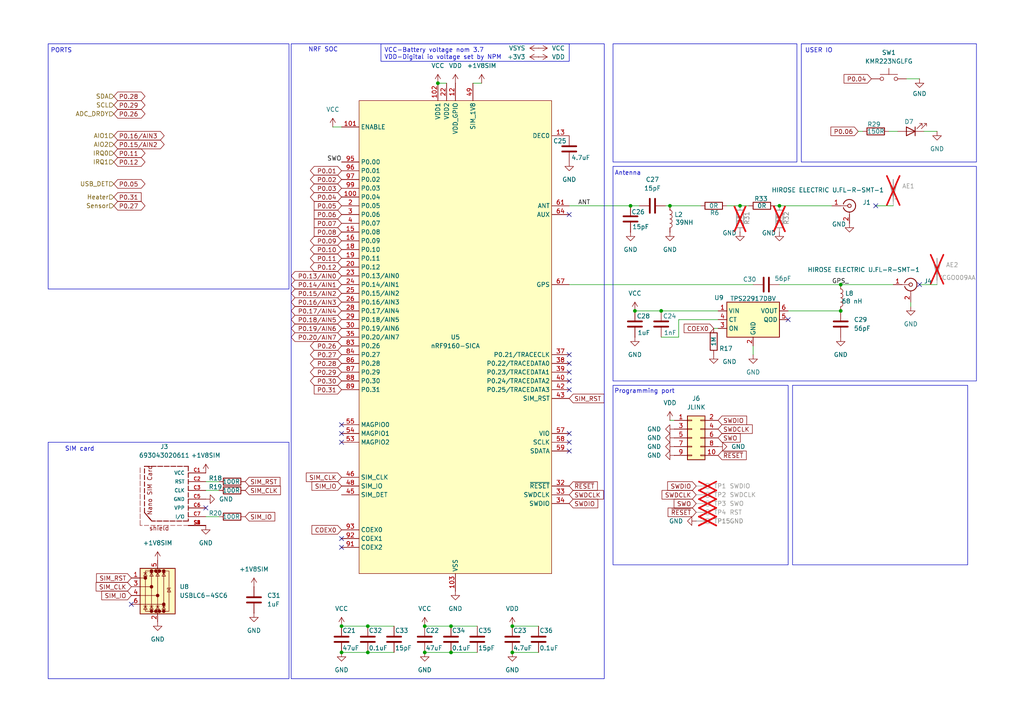
<source format=kicad_sch>
(kicad_sch (version 20250114) (generator "eeschema") (generator_version "9.0")
  (paper "A4")
  (title_block (title "NRF9160") (date "2025-04-25") (rev "1.0.3"))
  (rectangle (start 13.97 128.27) (end 83.82 196.85))
  (rectangle (start 84.455 12.7) (end 175.26 196.85))
  (rectangle (start 177.8 111.76) (end 228.6 163.83))
  (rectangle (start 229.87 111.76) (end 280.67 163.83))
  (rectangle (start 232.41 12.7) (end 283.21 46.99))
  (rectangle (start 177.8 48.26) (end 283.21 110.49))
  (rectangle (start 13.97 12.7) (end 83.82 83.82))
  (rectangle (start 177.8 12.7) (end 231.14 46.99))
  (text "Programming port\n" (at 186.944 113.538 0) (effects (font (size 1.27 1.27))))
  (text "NRF SOC" (at 93.726 14.478 0) (effects (font (size 1.27 1.27))))
  (text "USER IO" (at 237.49 14.732 0) (effects (font (size 1.27 1.27))))
  (text "PORTS" (at 17.78 14.732 0) (effects (font (size 1.27 1.27))))
  (text "SIM card" (at 23.114 130.302 0) (effects (font (size 1.27 1.27))))
  (text "Antenna" (at 182.118 50.292 0) (effects (font (size 1.27 1.27))))
  (text_box "VCC-Battery voltage nom 3.7\nVDD-Digital io voltage set by NPM" (at 110.49 12.7 0) (size 54.61 5.08) (margins 0.9525 0.9525 0.9525 0.9525) (effects (font (size 1.27 1.27)) (justify left top)))
  (junction (at 123.19 189.23))
  (junction (at 99.06 181.61))
  (junction (at 99.06 189.23))
  (junction (at 194.31 59.69))
  (junction (at 243.84 82.55))
  (junction (at 130.81 189.23))
  (junction (at 226.06 59.69))
  (junction (at 106.68 189.23))
  (junction (at 184.15 90.17))
  (junction (at 123.19 181.61))
  (junction (at 148.59 189.23))
  (junction (at 127 24.13))
  (junction (at 214.63 59.69))
  (junction (at 243.84 90.17))
  (junction (at 130.81 181.61))
  (junction (at 106.68 181.61))
  (junction (at 182.88 59.69))
  (junction (at 191.77 90.17))
  (junction (at 148.59 181.61))
  (no_connect (at 165.1 125.73))
  (no_connect (at 99.06 158.75))
  (no_connect (at 165.1 102.87))
  (no_connect (at 99.06 125.73))
  (no_connect (at 165.1 128.27))
  (no_connect (at 165.1 110.49))
  (no_connect (at 254 59.69))
  (no_connect (at 99.06 123.19))
  (no_connect (at 38.1 175.26))
  (no_connect (at 228.6 92.71))
  (no_connect (at 99.06 156.21))
  (no_connect (at 99.06 128.27))
  (no_connect (at 165.1 62.23))
  (no_connect (at 59.69 147.32))
  (no_connect (at 165.1 130.81))
  (no_connect (at 165.1 113.03))
  (no_connect (at 266.7 82.55))
  (no_connect (at 165.1 107.95))
  (no_connect (at 165.1 105.41))
  (wire (pts (xy 106.68 181.61) (xy 114.3 181.61)))
  (wire (pts (xy 271.78 38.1) (xy 267.97 38.1)))
  (wire (pts (xy 130.81 189.23) (xy 138.43 189.23)))
  (wire (pts (xy 148.59 189.23) (xy 156.21 189.23)))
  (wire (pts (xy 218.44 100.33) (xy 218.44 102.87)))
  (wire (pts (xy 266.7 82.55) (xy 271.78 82.55)))
  (wire (pts (xy 194.31 121.92) (xy 195.58 121.92)))
  (wire (pts (xy 63.5 139.7) (xy 59.69 139.7)))
  (wire (pts (xy 264.16 87.63) (xy 264.16 88.9)))
  (wire (pts (xy 130.81 181.61) (xy 138.43 181.61)))
  (wire (pts (xy 266.7 22.86) (xy 262.89 22.86)))
  (wire (pts (xy 148.59 181.61) (xy 156.21 181.61)))
  (wire (pts (xy 228.6 90.17) (xy 243.84 90.17)))
  (wire (pts (xy 182.88 59.69) (xy 185.42 59.69)))
  (wire (pts (xy 63.5 142.24) (xy 59.69 142.24)))
  (wire (pts (xy 123.19 181.61) (xy 130.81 181.61)))
  (wire (pts (xy 248.92 38.1) (xy 250.19 38.1)))
  (wire (pts (xy 106.68 189.23) (xy 114.3 189.23)))
  (wire (pts (xy 194.31 59.69) (xy 193.04 59.69)))
  (wire (pts (xy 214.63 59.69) (xy 217.17 59.69)))
  (wire (pts (xy 196.85 97.79) (xy 196.85 92.71)))
  (wire (pts (xy 243.84 82.55) (xy 259.08 82.55)))
  (wire (pts (xy 139.7 24.13) (xy 137.16 24.13)))
  (wire (pts (xy 226.06 82.55) (xy 243.84 82.55)))
  (wire (pts (xy 165.1 82.55) (xy 218.44 82.55)))
  (wire (pts (xy 184.15 90.17) (xy 191.77 90.17)))
  (wire (pts (xy 194.31 59.69) (xy 203.2 59.69)))
  (wire (pts (xy 224.79 59.69) (xy 226.06 59.69)))
  (wire (pts (xy 99.06 181.61) (xy 106.68 181.61)))
  (wire (pts (xy 210.82 59.69) (xy 214.63 59.69)))
  (wire (pts (xy 226.06 59.69) (xy 241.3 59.69)))
  (wire (pts (xy 196.85 92.71) (xy 208.28 92.71)))
  (wire (pts (xy 191.77 90.17) (xy 208.28 90.17)))
  (wire (pts (xy 165.1 59.69) (xy 182.88 59.69)))
  (wire (pts (xy 96.52 36.83) (xy 99.06 36.83)))
  (wire (pts (xy 123.19 189.23) (xy 130.81 189.23)))
  (wire (pts (xy 257.81 38.1) (xy 260.35 38.1)))
  (wire (pts (xy 191.77 97.79) (xy 196.85 97.79)))
  (wire (pts (xy 254 59.69) (xy 259.08 59.69)))
  (wire (pts (xy 127 24.13) (xy 129.54 24.13)))
  (wire (pts (xy 63.5 149.86) (xy 59.69 149.86)))
  (wire (pts (xy 99.06 189.23) (xy 106.68 189.23)))
  (wire (pts (xy 207.01 95.25) (xy 208.28 95.25)))
  (label "GPS_" (at 241.3 82.55 0))
  (label "ANT" (at 167.64 59.69 0))
  (label "SWO" (at 99.06 46.99 180))
  (global_label "SWDIO" (shape input) (at 201.93 140.97 180) (property "Intersheetrefs" "${INTERSHEET_REFS}" (effects (hide yes))))
  (global_label "P0.01" (shape bidirectional) (at 99.06 49.53 180) (property "Intersheetrefs" "${INTERSHEET_REFS}" (effects (hide yes))))
  (global_label "P0.04" (shape input) (at 252.73 22.86 180) (property "Intersheetrefs" "${INTERSHEET_REFS}" (effects (hide yes))))
  (global_label "~{RESET}" (shape input) (at 208.28 132.08 0) (property "Intersheetrefs" "${INTERSHEET_REFS}" (effects (hide yes))))
  (global_label "P0.31" (shape input) (at 99.06 113.03 180) (property "Intersheetrefs" "${INTERSHEET_REFS}" (effects (hide yes))))
  (global_label "SIM_RST" (shape input) (at 71.12 139.7 0) (property "Intersheetrefs" "${INTERSHEET_REFS}" (effects (hide yes))))
  (global_label "P0.06" (shape input) (at 99.06 62.23 180) (property "Intersheetrefs" "${INTERSHEET_REFS}" (effects (hide yes))))
  (global_label "SWDIO" (shape input) (at 165.1 146.05 0) (property "Intersheetrefs" "${INTERSHEET_REFS}" (effects (hide yes))))
  (global_label "P0.10" (shape bidirectional) (at 99.06 72.39 180) (property "Intersheetrefs" "${INTERSHEET_REFS}" (effects (hide yes))))
  (global_label "P0.17/AIN4" (shape bidirectional) (at 99.06 90.17 180) (property "Intersheetrefs" "${INTERSHEET_REFS}" (effects (hide yes))))
  (global_label "P0.11" (shape bidirectional) (at 99.06 74.93 180) (property "Intersheetrefs" "${INTERSHEET_REFS}" (effects (hide yes))))
  (global_label "P0.27" (shape bidirectional) (at 99.06 102.87 180) (property "Intersheetrefs" "${INTERSHEET_REFS}" (effects (hide yes))))
  (global_label "SIM_RST" (shape input) (at 38.1 167.64 180) (property "Intersheetrefs" "${INTERSHEET_REFS}" (effects (hide yes))))
  (global_label "SIM_CLK" (shape input) (at 38.1 170.18 180) (property "Intersheetrefs" "${INTERSHEET_REFS}" (effects (hide yes))))
  (global_label "P0.18/AIN5" (shape bidirectional) (at 99.06 92.71 180) (property "Intersheetrefs" "${INTERSHEET_REFS}" (effects (hide yes))))
  (global_label "P0.02" (shape bidirectional) (at 99.06 52.07 180) (property "Intersheetrefs" "${INTERSHEET_REFS}" (effects (hide yes))))
  (global_label "P0.13/AIN0" (shape bidirectional) (at 99.06 80.01 180) (property "Intersheetrefs" "${INTERSHEET_REFS}" (effects (hide yes))))
  (global_label "P0.28" (shape bidirectional) (at 33.02 27.94 0) (property "Intersheetrefs" "${INTERSHEET_REFS}" (effects (hide yes))))
  (global_label "P0.15/AIN2" (shape bidirectional) (at 33.02 41.91 0) (property "Intersheetrefs" "${INTERSHEET_REFS}" (effects (hide yes))))
  (global_label "P0.06" (shape input) (at 248.92 38.1 180) (property "Intersheetrefs" "${INTERSHEET_REFS}" (effects (hide yes))))
  (global_label "P0.08" (shape input) (at 99.06 67.31 180) (property "Intersheetrefs" "${INTERSHEET_REFS}" (effects (hide yes))))
  (global_label "SIM_IO" (shape input) (at 38.1 172.72 180) (property "Intersheetrefs" "${INTERSHEET_REFS}" (effects (hide yes))))
  (global_label "P0.04" (shape bidirectional) (at 99.06 57.15 180) (property "Intersheetrefs" "${INTERSHEET_REFS}" (effects (hide yes))))
  (global_label "COEX0" (shape input) (at 99.06 153.67 180) (property "Intersheetrefs" "${INTERSHEET_REFS}" (effects (hide yes))))
  (global_label "P0.15/AIN2" (shape bidirectional) (at 99.06 85.09 180) (property "Intersheetrefs" "${INTERSHEET_REFS}" (effects (hide yes))))
  (global_label "~{RESET}" (shape input) (at 201.93 148.59 180) (property "Intersheetrefs" "${INTERSHEET_REFS}" (effects (hide yes))))
  (global_label "P0.14/AIN1" (shape bidirectional) (at 99.06 82.55 180) (property "Intersheetrefs" "${INTERSHEET_REFS}" (effects (hide yes))))
  (global_label "SIM_CLK" (shape input) (at 99.06 138.43 180) (property "Intersheetrefs" "${INTERSHEET_REFS}" (effects (hide yes))))
  (global_label "P0.03" (shape bidirectional) (at 99.06 54.61 180) (property "Intersheetrefs" "${INTERSHEET_REFS}" (effects (hide yes))))
  (global_label "SWDCLK" (shape input) (at 201.93 143.51 180) (property "Intersheetrefs" "${INTERSHEET_REFS}" (effects (hide yes))))
  (global_label "SIM_IO" (shape input) (at 71.12 149.86 0) (property "Intersheetrefs" "${INTERSHEET_REFS}" (effects (hide yes))))
  (global_label "COEX0" (shape input) (at 207.01 95.25 180) (property "Intersheetrefs" "${INTERSHEET_REFS}" (effects (hide yes))))
  (global_label "SIM_IO" (shape input) (at 99.06 140.97 180) (property "Intersheetrefs" "${INTERSHEET_REFS}" (effects (hide yes))))
  (global_label "P0.05" (shape bidirectional) (at 33.02 53.34 0) (property "Intersheetrefs" "${INTERSHEET_REFS}" (effects (hide yes))))
  (global_label "P0.12" (shape bidirectional) (at 99.06 77.47 180) (property "Intersheetrefs" "${INTERSHEET_REFS}" (effects (hide yes))))
  (global_label "P0.27" (shape bidirectional) (at 33.02 59.69 0) (property "Intersheetrefs" "${INTERSHEET_REFS}" (effects (hide yes))))
  (global_label "P0.26" (shape bidirectional) (at 99.06 100.33 180) (property "Intersheetrefs" "${INTERSHEET_REFS}" (effects (hide yes))))
  (global_label "P0.29" (shape bidirectional) (at 99.06 107.95 180) (property "Intersheetrefs" "${INTERSHEET_REFS}" (effects (hide yes))))
  (global_label "P0.12" (shape bidirectional) (at 33.02 46.99 0) (property "Intersheetrefs" "${INTERSHEET_REFS}" (effects (hide yes))))
  (global_label "SWDCLK" (shape input) (at 208.28 124.46 0) (property "Intersheetrefs" "${INTERSHEET_REFS}" (effects (hide yes))))
  (global_label "P0.05" (shape input) (at 99.06 59.69 180) (property "Intersheetrefs" "${INTERSHEET_REFS}" (effects (hide yes))))
  (global_label "P0.11" (shape bidirectional) (at 33.02 44.45 0) (property "Intersheetrefs" "${INTERSHEET_REFS}" (effects (hide yes))))
  (global_label "SWDCLK" (shape input) (at 165.1 143.51 0) (property "Intersheetrefs" "${INTERSHEET_REFS}" (effects (hide yes))))
  (global_label "P0.31" (shape input) (at 33.02 57.15 0) (property "Intersheetrefs" "${INTERSHEET_REFS}" (effects (hide yes))))
  (global_label "P0.09" (shape bidirectional) (at 99.06 69.85 180) (property "Intersheetrefs" "${INTERSHEET_REFS}" (effects (hide yes))))
  (global_label "P0.16/AIN3" (shape bidirectional) (at 33.02 39.37 0) (property "Intersheetrefs" "${INTERSHEET_REFS}" (effects (hide yes))))
  (global_label "P0.29" (shape bidirectional) (at 33.02 30.48 0) (property "Intersheetrefs" "${INTERSHEET_REFS}" (effects (hide yes))))
  (global_label "SIM_CLK" (shape input) (at 71.12 142.24 0) (property "Intersheetrefs" "${INTERSHEET_REFS}" (effects (hide yes))))
  (global_label "P0.30" (shape bidirectional) (at 99.06 110.49 180) (property "Intersheetrefs" "${INTERSHEET_REFS}" (effects (hide yes))))
  (global_label "~{RESET}" (shape input) (at 165.1 140.97 0) (property "Intersheetrefs" "${INTERSHEET_REFS}" (effects (hide yes))))
  (global_label "SIM_RST" (shape input) (at 165.1 115.57 0) (property "Intersheetrefs" "${INTERSHEET_REFS}" (effects (hide yes))))
  (global_label "P0.19/AIN6" (shape bidirectional) (at 99.06 95.25 180) (property "Intersheetrefs" "${INTERSHEET_REFS}" (effects (hide yes))))
  (global_label "P0.28" (shape bidirectional) (at 99.06 105.41 180) (property "Intersheetrefs" "${INTERSHEET_REFS}" (effects (hide yes))))
  (global_label "SWO" (shape input) (at 208.28 127 0) (property "Intersheetrefs" "${INTERSHEET_REFS}" (effects (hide yes))))
  (global_label "P0.07" (shape input) (at 99.06 64.77 180) (property "Intersheetrefs" "${INTERSHEET_REFS}" (effects (hide yes))))
  (global_label "P0.26" (shape bidirectional) (at 33.02 33.02 0) (property "Intersheetrefs" "${INTERSHEET_REFS}" (effects (hide yes))))
  (global_label "SWO" (shape input) (at 201.93 146.05 180) (property "Intersheetrefs" "${INTERSHEET_REFS}" (effects (hide yes))))
  (global_label "P0.20/AIN7" (shape bidirectional) (at 99.06 97.79 180) (property "Intersheetrefs" "${INTERSHEET_REFS}" (effects (hide yes))))
  (global_label "P0.16/AIN3" (shape bidirectional) (at 99.06 87.63 180) (property "Intersheetrefs" "${INTERSHEET_REFS}" (effects (hide yes))))
  (global_label "SWDIO" (shape input) (at 208.28 121.92 0) (property "Intersheetrefs" "${INTERSHEET_REFS}" (effects (hide yes))))
  (hierarchical_label "Heater" (shape input) (at 33.02 57.15 180))
  (hierarchical_label "SDA" (shape input) (at 33.02 27.94 180))
  (hierarchical_label "ADC_DRDY" (shape input) (at 33.02 33.02 180))
  (hierarchical_label "SCL" (shape input) (at 33.02 30.48 180))
  (hierarchical_label "AIO1" (shape input) (at 33.02 39.37 180))
  (hierarchical_label "USB_DET" (shape input) (at 33.02 53.34 180))
  (hierarchical_label "AIO2" (shape input) (at 33.02 41.91 180))
  (hierarchical_label "Sensor" (shape input) (at 33.02 59.69 180))
  (hierarchical_label "IRQ1" (shape input) (at 33.02 46.99 180))
  (hierarchical_label "IRQ0" (shape input) (at 33.02 44.45 180))
  (symbol (lib_id "power:VDD") (at 148.59 181.61 0) (unit 1)
    (property "Reference" "#PWR023" (effects (hide yes)))
    (property "Value" "VDD" (at 148.59 176.53 0))
    (property "Description" "Power symbol creates a global label with name \"VDD\"" (effects (hide yes)))
  )
  (symbol (lib_id "Device:C") (at 99.06 185.42 0) (unit 1)
    (property "Reference" "C21" (at 99.314 182.88 0) (effects (justify left)))
    (property "Value" "47uF" (at 99.314 187.96 0) (effects (justify left)))
    (property "Footprint" "Capacitor_SMD:C_0805_2012Metric" (effects (hide yes)))
    (property "Description" "Unpolarized capacitor" (effects (hide yes)))
  )
  (symbol (lib_id "Device:C") (at 165.1 43.18 0) (mirror y) (unit 1)
    (property "Reference" "C25" (at 164.338 40.894 0) (effects (justify left)))
    (property "Value" "4.7uF" (at 171.196 45.72 0) (effects (justify left)))
    (property "Footprint" "Capacitor_SMD:C_0603_1608Metric" (effects (hide yes)))
    (property "Description" "Unpolarized capacitor" (effects (hide yes)))
  )
  (symbol (lib_id "power:GND") (at 195.58 127 270) (unit 1)
    (property "Reference" "#PWR0100" (effects (hide yes)))
    (property "Value" "GND" (at 191.77 126.9999 90) (effects (justify right)))
    (property "Description" "Power symbol creates a global label with name \"GND\" , ground" (effects (hide yes)))
  )
  (symbol (lib_id "Device:C") (at 114.3 185.42 0) (unit 1)
    (property "Reference" "C33" (at 114.554 182.88 0) (effects (justify left)))
    (property "Value" "15pF" (at 114.554 187.96 0) (effects (justify left)))
    (property "Footprint" "Methanesense:C_0402_1005Metric_Sqr" (effects (hide yes)))
    (property "Description" "RF" (effects (hide yes)))
    (property "MPN" "VJ0402D150FXCAJ" (effects (hide yes)))
  )
  (symbol (lib_id "Power_Management:TPS22917DBV") (at 218.44 92.71 0) (unit 1)
    (property "Reference" "U9" (at 208.534 86.36 0))
    (property "Value" "TPS22917DBV" (at 218.44 86.614 0))
    (property "Footprint" "Package_TO_SOT_SMD:SOT-23-6" (effects (hide yes)))
    (property "Datasheet" "http://www.ti.com/lit/ds/symlink/tps22917.pdf" (effects (hide yes)))
    (property "Description" "1V to 5.5V, 2A, 80mΩ Ultra-Low Leakage Load Switch, SOT23-6" (effects (hide yes)))
    (property "MPN" "TPS22917DBVR" (effects (hide yes)))
  )
  (symbol (lib_id "power:+1V8") (at 139.7 24.13 0) (unit 1)
    (property "Reference" "#PWR054" (effects (hide yes)))
    (property "Value" "+1V8SIM" (at 139.7 19.05 0))
    (property "Description" "Power symbol creates a global label with name \"+1V8\"" (effects (hide yes)))
  )
  (symbol (lib_id "power:VCC") (at 184.15 90.17 0) (unit 1)
    (property "Reference" "#PWR049" (effects (hide yes)))
    (property "Value" "VCC" (at 184.15 85.09 0))
    (property "Description" "Power symbol creates a global label with name \"VCC\"" (effects (hide yes)))
  )
  (symbol (lib_id "Library:R") (at 67.31 149.86 90) (unit 1)
    (property "Reference" "R20" (at 62.484 148.844 90))
    (property "Value" "100R" (at 67.056 149.86 90))
    (property "Footprint" "Resistor_SMD:R_0402_1005Metric" (effects (hide yes)))
    (property "Description" "Resistor" (effects (hide yes)))
  )
  (symbol (lib_id "power:GND") (at 123.19 189.23 0) (unit 1)
    (property "Reference" "#PWR060" (effects (hide yes)))
    (property "Value" "GND" (at 123.19 194.31 0))
    (property "Description" "Power symbol creates a global label with name \"GND\" , ground" (effects (hide yes)))
  )
  (symbol (lib_id "Library:R") (at 254 38.1 270) (unit 1)
    (property "Reference" "R29" (at 253.492 36.068 90))
    (property "Value" "150R" (at 254 38.1 90))
    (property "Footprint" "Resistor_SMD:R_0402_1005Metric" (effects (hide yes)))
    (property "Description" "Resistor" (effects (hide yes)))
  )
  (symbol (lib_id "Device:C") (at 222.25 82.55 90) (unit 1)
    (property "Reference" "C30" (at 217.424 81.026 90))
    (property "Value" "56pF" (at 227.076 80.772 90))
    (property "Footprint" "Methanesense:C_0402_1005Metric_Sqr" (effects (hide yes)))
    (property "Description" "RF" (effects (hide yes)))
    (property "MPN" "CBR04C560F1GAC" (effects (hide yes)))
  )
  (symbol (lib_id "Library:R") (at 220.98 59.69 90) (unit 1)
    (property "Reference" "R33" (at 220.726 57.658 90))
    (property "Value" "0R" (at 220.98 59.69 90))
    (property "Footprint" "Resistor_SMD:R_0402_1005Metric" (effects (hide yes)))
    (property "Description" "Resistor" (effects (hide yes)))
  )
  (symbol (lib_id "power:+1V8") (at 59.69 137.16 0) (unit 1)
    (property "Reference" "#PWR044" (effects (hide yes)))
    (property "Value" "+1V8SIM" (at 59.69 132.08 0))
    (property "Description" "Power symbol creates a global label with name \"+1V8\"" (effects (hide yes)))
  )
  (symbol (lib_id "PCM_nordic-lib-kicad-nrf9:nRF9160-SIXX") (at 132.08 97.79 0) (unit 1)
    (property "Reference" "U5" (at 132.08 97.79 0))
    (property "Value" "nRF9160-SICA" (at 132.08 100.33 0))
    (property "Footprint" "Methanesense:LGA_9160_16.0x10.5mm" (effects (hide yes)))
    (property "Datasheet" "https://docs.nordicsemi.com/bundle/ps_nrf9160/page/nRF9160_html5_keyfeatures.html" (effects (hide yes)))
    (property "MPN" "nRF9160-SICA-B1A-R7" (effects (hide yes)))
  )
  (symbol (lib_id "Connector_Generic:Conn_02x05_Odd_Even") (at 200.66 127 0) (unit 1)
    (property "Reference" "J6" (at 201.93 115.57 0))
    (property "Value" "JLINK" (at 201.93 118.11 0))
    (property "Footprint" "esprelay:SEXY_pinpogo" (effects (hide yes)))
    (property "Description" "HEADER DUAL 1.27MM VERT SMT 10PO" (effects (hide yes)))
    (property "MPN" "BD125-10-A-0305-0580-L-B" (effects (hide yes)))
  )
  (symbol (lib_id "Connector:Conn_Coaxial") (at 246.38 59.69 0) (unit 1)
    (property "Reference" "J1" (at 250.19 58.7131 0) (effects (justify left)))
    (property "Value" "HIROSE ELECTRIC U.FL-R-SMT-1" (at 223.774 55.118 0) (effects (justify left)))
    (property "Footprint" "Methanesense:U.FL_Hirose_U.FL-R-SMT-1_Vertical" (effects (hide yes)))
    (property "Description" "coaxial connector (BNC, SMA, SMB, SMC, Cinch/RCA, LEMO, ...)" (effects (hide yes)))
    (property "MPN" "U.FL-R-SMT-1" (effects (hide yes)))
  )
  (symbol (lib_id "power:GND") (at 264.16 88.9 0) (unit 1)
    (property "Reference" "#PWR068" (effects (hide yes)))
    (property "Value" "GND" (at 264.16 93.98 0))
    (property "Description" "Power symbol creates a global label with name \"GND\" , ground" (effects (hide yes)))
  )
  (symbol (lib_id "Power_Protection:USBLC6-4SC6") (at 45.72 170.18 0) (unit 1)
    (property "Reference" "U8" (at 52.07 170.1799 0) (effects (justify left)))
    (property "Value" "USBLC6-4SC6" (at 52.07 172.7199 0) (effects (justify left)))
    (property "Footprint" "Package_TO_SOT_SMD:SOT-23-6" (effects (hide yes)))
    (property "Datasheet" "https://www.st.com/resource/en/datasheet/usblc6-4.pdf" (effects (hide yes)))
    (property "Description" "Very low capacitance ESD protection diode, 4 data-line, SOT-23-6" (effects (hide yes)))
    (property "MPN" "USBLC6-4SC6" (effects (hide yes)))
  )
  (symbol (lib_id "power:GND") (at 201.93 151.13 270) (unit 1)
    (property "Reference" "#PWR0112" (effects (hide yes)))
    (property "Value" "GND" (at 198.12 151.1299 90) (effects (justify right)))
    (property "Description" "Power symbol creates a global label with name \"GND\" , ground" (effects (hide yes)))
  )
  (symbol (lib_id "Device:LED") (at 264.16 38.1 180) (unit 1)
    (property "Reference" "D7" (at 263.652 35.306 0))
    (property "Value" "LG L29K-G2J1-24-Z" (effects (hide yes)))
    (property "Footprint" "LED_SMD:LED_0603_1608Metric" (effects (hide yes)))
    (property "Datasheet" "https://look.ams-osram.com/m/19ee86b3ae0ee95b/original/LG-L29K.pdf" (effects (hide yes)))
    (property "Description" "LED Green" (effects (hide yes)))
    (property "MPN" "LG L29K-G2J1-24-Z" (effects (hide yes)))
  )
  (symbol (lib_id "power:GND") (at 99.06 189.23 0) (unit 1)
    (property "Reference" "#PWR058" (effects (hide yes)))
    (property "Value" "GND" (at 99.06 194.31 0))
    (property "Description" "Power symbol creates a global label with name \"GND\" , ground" (effects (hide yes)))
  )
  (symbol (lib_id "power:VCC") (at 156.21 13.97 270) (unit 1)
    (property "Reference" "#PWR050" (effects (hide yes)))
    (property "Value" "VCC" (at 160.02 13.9699 90) (effects (justify left)))
    (property "Description" "Power symbol creates a global label with name \"VCC\"" (effects (hide yes)))
  )
  (symbol (lib_id "Connector:Conn_Coaxial") (at 264.16 82.55 0) (unit 1)
    (property "Reference" "J4" (at 267.97 81.5731 0) (effects (justify left)))
    (property "Value" "HIROSE ELECTRIC U.FL-R-SMT-1" (at 234.188 78.232 0) (effects (justify left)))
    (property "Footprint" "Methanesense:U.FL_Hirose_U.FL-R-SMT-1_Vertical" (effects (hide yes)))
    (property "Description" "coaxial connector (BNC, SMA, SMB, SMC, Cinch/RCA, LEMO, ...)" (effects (hide yes)))
    (property "MPN" "U.FL-R-SMT-1" (effects (hide yes)))
  )
  (symbol (lib_id "power:+1V8") (at 45.72 162.56 0) (unit 1)
    (property "Reference" "#PWR077" (effects (hide yes)))
    (property "Value" "+1V8SIM" (at 45.72 157.48 0))
    (property "Description" "Power symbol creates a global label with name \"+1V8\"" (effects (hide yes)))
  )
  (symbol (lib_id "Device:C") (at 148.59 185.42 0) (unit 1)
    (property "Reference" "C23" (at 148.844 182.88 0) (effects (justify left)))
    (property "Value" "4.7uF" (at 148.844 187.96 0) (effects (justify left)))
    (property "Footprint" "Capacitor_SMD:C_0603_1608Metric" (effects (hide yes)))
    (property "Description" "Unpolarized capacitor" (effects (hide yes)))
  )
  (symbol (lib_id "Device:C") (at 184.15 93.98 0) (unit 1)
    (property "Reference" "C28" (at 184.658 91.694 0) (effects (justify left)))
    (property "Value" "1uF" (at 184.912 96.52 0) (effects (justify left)))
    (property "Footprint" "Capacitor_SMD:C_0603_1608Metric" (effects (hide yes)))
    (property "Description" "Unpolarized capacitor" (effects (hide yes)))
  )
  (symbol (lib_id "power:VCC") (at 96.52 36.83 0) (unit 1)
    (property "Reference" "#PWR076" (effects (hide yes)))
    (property "Value" "VCC" (at 96.52 31.75 0))
    (property "Description" "Power symbol creates a global label with name \"VCC\"" (effects (hide yes)))
  )
  (symbol (lib_id "power:GND") (at 207.01 102.87 0) (unit 1)
    (property "Reference" "#PWR073" (effects (hide yes)))
    (property "Value" "GND" (at 211.582 104.902 0))
    (property "Description" "Power symbol creates a global label with name \"GND\" , ground" (effects (hide yes)))
  )
  (symbol (lib_id "power:+1V8") (at 73.66 170.18 0) (unit 1)
    (property "Reference" "#PWR079" (effects (hide yes)))
    (property "Value" "+1V8SIM" (at 73.66 165.1 0))
    (property "Description" "Power symbol creates a global label with name \"+1V8\"" (effects (hide yes)))
  )
  (symbol (lib_id "Device:Antenna") (at 259.08 54.61 0) (unit 1) (on_board no) (dnp yes)
    (property "Reference" "AE1" (at 261.62 53.9749 0) (effects (justify left)))
    (property "Value" "~" (at 259.334 57.658 0) (effects (justify left)))
    (property "Description" "LTE-M Antenna" (effects (hide yes)))
  )
  (symbol (lib_id "power:GND") (at 195.58 124.46 270) (unit 1)
    (property "Reference" "#PWR099" (effects (hide yes)))
    (property "Value" "GND" (at 191.77 124.4599 90) (effects (justify right)))
    (property "Description" "Power symbol creates a global label with name \"GND\" , ground" (effects (hide yes)))
  )
  (symbol (lib_id "Device:C") (at 191.77 93.98 0) (unit 1)
    (property "Reference" "C24" (at 192.278 91.694 0) (effects (justify left)))
    (property "Value" "1nF" (at 192.532 96.52 0) (effects (justify left)))
    (property "Footprint" "Capacitor_SMD:C_0603_1608Metric" (effects (hide yes)))
    (property "Description" "Unpolarized capacitor" (effects (hide yes)))
  )
  (symbol (lib_id "power:GND") (at 73.66 177.8 0) (unit 1)
    (property "Reference" "#PWR082" (effects (hide yes)))
    (property "Value" "GND" (at 73.66 182.88 0))
    (property "Description" "Power symbol creates a global label with name \"GND\" , ground" (effects (hide yes)))
  )
  (symbol (lib_id "Library:R") (at 226.06 63.5 0) (unit 1) (dnp yes)
    (property "Reference" "R32" (at 228.092 63.246 90))
    (property "Value" "0R" (at 226.06 63.5 90))
    (property "Footprint" "Resistor_SMD:R_0402_1005Metric" (effects (hide yes)))
    (property "Description" "Resistor" (effects (hide yes)))
  )
  (symbol (lib_id "power:GND") (at 226.06 67.31 0) (unit 1)
    (property "Reference" "#PWR021" (effects (hide yes)))
    (property "Value" "GND" (at 223.012 67.564 0))
    (property "Description" "Power symbol creates a global label with name \"GND\" , ground" (effects (hide yes)))
  )
  (symbol (lib_id "power:GND") (at 59.69 144.78 90) (unit 1)
    (property "Reference" "#PWR078" (effects (hide yes)))
    (property "Value" "GND" (at 63.5 144.7799 90) (effects (justify right)))
    (property "Description" "Power symbol creates a global label with name \"GND\" , ground" (effects (hide yes)))
  )
  (symbol (lib_id "power:GND") (at 208.28 129.54 90) (unit 1)
    (property "Reference" "#PWR0105" (effects (hide yes)))
    (property "Value" "GND" (at 212.09 129.5399 90) (effects (justify right)))
    (property "Description" "Power symbol creates a global label with name \"GND\" , ground" (effects (hide yes)))
  )
  (symbol (lib_id "power:GND") (at 246.38 64.77 0) (unit 1)
    (property "Reference" "#PWR03" (effects (hide yes)))
    (property "Value" "GND" (at 243.332 65.024 0))
    (property "Description" "Power symbol creates a global label with name \"GND\" , ground" (effects (hide yes)))
  )
  (symbol (lib_id "Device:C") (at 243.84 93.98 0) (unit 1)
    (property "Reference" "C29" (at 247.65 92.7099 0) (effects (justify left)))
    (property "Value" "56pF" (at 247.65 95.2499 0) (effects (justify left)))
    (property "Footprint" "Methanesense:C_0402_1005Metric_Sqr" (effects (hide yes)))
    (property "Description" "RF" (effects (hide yes)))
    (property "MPN" "CBR04C560F1GAC" (effects (hide yes)))
  )
  (symbol (lib_id "Connector:TestPoint") (at 201.93 151.13 270) (unit 1) (dnp yes)
    (property "Reference" "TP15" (at 207.01 151.13 90) (effects (justify left)))
    (property "Value" "GND" (at 211.582 151.13 90) (effects (justify left)))
    (property "Footprint" "TestPoint:TestPoint_Pad_D1.0mm" (effects (hide yes)))
    (property "Description" "test point" (effects (hide yes)))
  )
  (symbol (lib_id "power:GND") (at 195.58 129.54 270) (unit 1)
    (property "Reference" "#PWR0104" (effects (hide yes)))
    (property "Value" "GND" (at 191.77 129.5399 90) (effects (justify right)))
    (property "Description" "Power symbol creates a global label with name \"GND\" , ground" (effects (hide yes)))
  )
  (symbol (lib_id "Device:L") (at 243.84 86.36 0) (unit 1)
    (property "Reference" "L8" (at 245.11 85.0899 0) (effects (justify left)))
    (property "Value" "68 nH" (at 244.094 87.376 0) (effects (justify left)))
    (property "Footprint" "Methanesense:C_0402_1005Metric_Sqr" (effects (hide yes)))
    (property "Description" "RF" (effects (hide yes)))
    (property "MPN" "LQW15AN68NG0ZD" (effects (hide yes)))
  )
  (symbol (lib_id "power:VCC") (at 99.06 181.61 0) (unit 1)
    (property "Reference" "#PWR057" (effects (hide yes)))
    (property "Value" "VCC" (at 99.06 176.53 0))
    (property "Description" "Power symbol creates a global label with name \"VCC\"" (effects (hide yes)))
  )
  (symbol (lib_id "power:VDD") (at 156.21 16.51 270) (unit 1)
    (property "Reference" "#PWR051" (effects (hide yes)))
    (property "Value" "VDD" (at 160.02 16.5099 90) (effects (justify left)))
    (property "Description" "Power symbol creates a global label with name \"VDD\"" (effects (hide yes)))
  )
  (symbol (lib_id "power:GND") (at 243.84 97.79 0) (unit 1)
    (property "Reference" "#PWR074" (effects (hide yes)))
    (property "Value" "GND" (at 243.84 102.87 0))
    (property "Description" "Power symbol creates a global label with name \"GND\" , ground" (effects (hide yes)))
  )
  (symbol (lib_id "Device:Antenna") (at 271.78 77.47 0) (unit 1) (on_board no) (dnp yes)
    (property "Reference" "AE2" (at 274.32 76.8349 0) (effects (justify left)))
    (property "Value" "YCGO009AA" (at 272.034 80.518 0) (effects (justify left)))
    (property "Description" "GPS-Antenna" (effects (hide yes)))
  )
  (symbol (lib_id "power:VDD") (at 194.31 121.92 0) (unit 1)
    (property "Reference" "#PWR083" (effects (hide yes)))
    (property "Value" "VDD" (at 194.31 116.84 0))
    (property "Description" "Power symbol creates a global label with name \"VDD\"" (effects (hide yes)))
  )
  (symbol (lib_id "power:GND") (at 132.08 171.45 0) (unit 1)
    (property "Reference" "#PWR061" (effects (hide yes)))
    (property "Value" "GND" (at 132.08 176.53 0))
    (property "Description" "Power symbol creates a global label with name \"GND\" , ground" (effects (hide yes)))
  )
  (symbol (lib_id "Library:R") (at 67.31 139.7 90) (unit 1)
    (property "Reference" "R18" (at 62.484 138.684 90))
    (property "Value" "100R" (at 67.056 139.7 90))
    (property "Footprint" "Resistor_SMD:R_0402_1005Metric" (effects (hide yes)))
    (property "Description" "Resistor" (effects (hide yes)))
  )
  (symbol (lib_id "power:VCC") (at 127 24.13 0) (unit 1)
    (property "Reference" "#PWR056" (effects (hide yes)))
    (property "Value" "VCC" (at 127 19.05 0))
    (property "Description" "Power symbol creates a global label with name \"VCC\"" (effects (hide yes)))
  )
  (symbol (lib_id "Device:C") (at 189.23 59.69 90) (unit 1)
    (property "Reference" "C27" (at 189.23 52.07 90))
    (property "Value" "15pF" (at 189.23 54.61 90))
    (property "Footprint" "Methanesense:C_0402_1005Metric_Sqr" (effects (hide yes)))
    (property "Description" "RF" (effects (hide yes)))
    (property "MPN" "VJ0402D150FXCAJ" (effects (hide yes)))
  )
  (symbol (lib_id "power:GND") (at 218.44 102.87 0) (unit 1)
    (property "Reference" "#PWR075" (effects (hide yes)))
    (property "Value" "GND" (at 218.44 107.95 0))
    (property "Description" "Power symbol creates a global label with name \"GND\" , ground" (effects (hide yes)))
  )
  (symbol (lib_id "Connector:TestPoint") (at 201.93 146.05 270) (unit 1) (dnp yes)
    (property "Reference" "TP3" (at 207.01 146.05 90) (effects (justify left)))
    (property "Value" "SWO" (at 211.582 146.05 90) (effects (justify left)))
    (property "Footprint" "TestPoint:TestPoint_Pad_D1.0mm" (effects (hide yes)))
    (property "Description" "test point" (effects (hide yes)))
  )
  (symbol (lib_id "power:GND") (at 214.63 67.31 0) (unit 1)
    (property "Reference" "#PWR030" (effects (hide yes)))
    (property "Value" "GND" (at 211.582 67.564 0))
    (property "Description" "Power symbol creates a global label with name \"GND\" , ground" (effects (hide yes)))
  )
  (symbol (lib_id "power:GND") (at 182.88 67.31 0) (unit 1)
    (property "Reference" "#PWR069" (effects (hide yes)))
    (property "Value" "GND" (at 182.88 72.39 0))
    (property "Description" "Power symbol creates a global label with name \"GND\" , ground" (effects (hide yes)))
  )
  (symbol (lib_id "Device:C") (at 182.88 63.5 0) (unit 1)
    (property "Reference" "C26" (at 183.134 61.468 0) (effects (justify left)))
    (property "Value" "15pF" (at 183.388 65.786 0) (effects (justify left)))
    (property "Footprint" "Methanesense:C_0402_1005Metric_Sqr" (effects (hide yes)))
    (property "Description" "RF" (effects (hide yes)))
    (property "MPN" "VJ0402D150FXCAJ" (effects (hide yes)))
  )
  (symbol (lib_id "Switch:SW_Push") (at 257.81 22.86 0) (unit 1)
    (property "Reference" "SW1" (at 257.81 15.24 0))
    (property "Value" "KMR223NGLFG" (at 257.81 17.78 0))
    (property "Footprint" "Methanesense:SW_Push_1P1T_NO_CK_KMR2" (effects (hide yes)))
    (property "Description" "Push button switch, generic, two pins" (effects (hide yes)))
    (property "MPN" "KMR223GLFG" (effects (hide yes)))
  )
  (symbol (lib_id "power:GND") (at 266.7 22.86 0) (unit 1)
    (property "Reference" "#PWR087" (effects (hide yes)))
    (property "Value" "GND" (at 266.7 27.178 0))
    (property "Description" "Power symbol creates a global label with name \"GND\" , ground" (effects (hide yes)))
  )
  (symbol (lib_id "Device:C") (at 130.81 185.42 0) (unit 1)
    (property "Reference" "C34" (at 131.064 182.88 0) (effects (justify left)))
    (property "Value" "0.1uF" (at 131.064 187.96 0) (effects (justify left)))
    (property "Footprint" "Capacitor_SMD:C_0603_1608Metric" (effects (hide yes)))
    (property "Description" "Unpolarized capacitor" (effects (hide yes)))
  )
  (symbol (lib_id "power:GND") (at 271.78 38.1 0) (unit 1)
    (property "Reference" "#PWR093" (effects (hide yes)))
    (property "Value" "GND" (at 271.78 43.18 0))
    (property "Description" "Power symbol creates a global label with name \"GND\" , ground" (effects (hide yes)))
  )
  (symbol (lib_id "693043020611:693043020611") (at 46.99 142.24 0) (mirror y) (unit 1)
    (property "Reference" "J3" (at 47.6567 129.54 0))
    (property "Value" "693043020611" (at 47.6567 132.08 0))
    (property "Footprint" "Methanesense:693043020611" (effects (hide yes)))
    (property "MF" "Wurth Electronics" (effects (hide yes)))
    (property "Description_1" "CardConnector_SMT_NanoSIM_Push & Pull_6pins" (effects (hide yes)))
    (property "MOUNT" "SMT" (effects (hide yes)))
    (property "IR" "1A" (effects (hide yes)))
    (property "Check_prices" "https://www.snapeda.com/parts/693043020611/Wurth+Electronics/view-part/?ref=eda" (effects (hide yes)))
    (property "VALUE" "693043020611" (effects (hide yes)))
    (property "Price" "None" (effects (hide yes)))
    (property "PART-NUMBER" "693043020611" (effects (hide yes)))
    (property "SnapEDA_Link" "https://www.snapeda.com/parts/693043020611/Wurth+Electronics/view-part/?ref=snap" (effects (hide yes)))
    (property "DATASHEET-URL" "https://www.we-online.com/redexpert/spec/693043020611?ae" (effects (hide yes)))
    (property "MP" "693043020611" (effects (hide yes)))
    (property "WORKING-VOLTAGE" "15V(AC)" (effects (hide yes)))
    (property "PINS" "6" (effects (hide yes)))
    (property "TYPE" "Push & Push" (effects (hide yes)))
    (property "GERDER" "Socket" (effects (hide yes)))
    (property "Availability" "In Stock" (effects (hide yes)))
    (property "MPN" "693043020611" (effects (hide yes)))
  )
  (symbol (lib_id "Library:R") (at 67.31 142.24 90) (unit 1)
    (property "Reference" "R19" (at 62.484 141.224 90))
    (property "Value" "100R" (at 67.056 142.24 90))
    (property "Footprint" "Resistor_SMD:R_0402_1005Metric" (effects (hide yes)))
    (property "Description" "Resistor" (effects (hide yes)))
  )
  (symbol (lib_id "power:GND") (at 59.69 152.4 0) (unit 1)
    (property "Reference" "#PWR07" (effects (hide yes)))
    (property "Value" "GND" (at 59.69 157.48 0))
    (property "Description" "Power symbol creates a global label with name \"GND\" , ground" (effects (hide yes)))
  )
  (symbol (lib_id "power:GND") (at 45.72 180.34 0) (unit 1)
    (property "Reference" "#PWR080" (effects (hide yes)))
    (property "Value" "GND" (at 45.72 185.42 0))
    (property "Description" "Power symbol creates a global label with name \"GND\" , ground" (effects (hide yes)))
  )
  (symbol (lib_id "Library:R") (at 214.63 63.5 0) (unit 1) (dnp yes)
    (property "Reference" "R31" (at 216.662 63.246 90))
    (property "Value" "0R" (at 214.63 63.5 90))
    (property "Footprint" "Resistor_SMD:R_0402_1005Metric" (effects (hide yes)))
    (property "Description" "Resistor" (effects (hide yes)))
  )
  (symbol (lib_id "power:GND") (at 148.59 189.23 0) (unit 1)
    (property "Reference" "#PWR063" (effects (hide yes)))
    (property "Value" "GND" (at 148.59 194.31 0))
    (property "Description" "Power symbol creates a global label with name \"GND\" , ground" (effects (hide yes)))
  )
  (symbol (lib_id "power:+1V8") (at 156.21 16.51 90) (unit 1)
    (property "Reference" "#PWR071" (effects (hide yes)))
    (property "Value" "+3V3" (at 152.4 16.5099 90) (effects (justify left)))
    (property "Description" "Power symbol creates a global label with name \"+1V8\"" (effects (hide yes)))
  )
  (symbol (lib_id "Device:C") (at 123.19 185.42 0) (unit 1)
    (property "Reference" "C22" (at 123.444 182.88 0) (effects (justify left)))
    (property "Value" "47uF" (at 123.444 187.96 0) (effects (justify left)))
    (property "Footprint" "Capacitor_SMD:C_0805_2012Metric" (effects (hide yes)))
    (property "Description" "Unpolarized capacitor" (effects (hide yes)))
  )
  (symbol (lib_id "power:VCC") (at 123.19 181.61 0) (unit 1)
    (property "Reference" "#PWR059" (effects (hide yes)))
    (property "Value" "VCC" (at 123.19 176.53 0))
    (property "Description" "Power symbol creates a global label with name \"VCC\"" (effects (hide yes)))
  )
  (symbol (lib_id "power:VCC") (at 156.21 13.97 90) (unit 1)
    (property "Reference" "#PWR052" (effects (hide yes)))
    (property "Value" "VSYS" (at 152.4 13.9699 90) (effects (justify left)))
    (property "Description" "Power symbol creates a global label with name \"VCC\"" (effects (hide yes)))
  )
  (symbol (lib_id "Device:C") (at 106.68 185.42 0) (unit 1)
    (property "Reference" "C32" (at 106.934 182.88 0) (effects (justify left)))
    (property "Value" "0.1uF" (at 106.934 187.96 0) (effects (justify left)))
    (property "Footprint" "Capacitor_SMD:C_0603_1608Metric" (effects (hide yes)))
    (property "Description" "Unpolarized capacitor" (effects (hide yes)))
  )
  (symbol (lib_id "Device:C") (at 138.43 185.42 0) (unit 1)
    (property "Reference" "C35" (at 138.684 182.88 0) (effects (justify left)))
    (property "Value" "15pF" (at 138.684 187.96 0) (effects (justify left)))
    (property "Footprint" "Methanesense:C_0402_1005Metric_Sqr" (effects (hide yes)))
    (property "Description" "RF" (effects (hide yes)))
    (property "MPN" "VJ0402D150FXCAJ" (effects (hide yes)))
  )
  (symbol (lib_id "Library:R") (at 207.01 99.06 180) (unit 1)
    (property "Reference" "R17" (at 210.566 101.092 0))
    (property "Value" "1M" (at 207.01 99.06 90))
    (property "Footprint" "Resistor_SMD:R_0402_1005Metric" (effects (hide yes)))
    (property "Description" "Resistor" (effects (hide yes)))
  )
  (symbol (lib_id "power:VDD") (at 132.08 24.13 0) (unit 1)
    (property "Reference" "#PWR055" (effects (hide yes)))
    (property "Value" "VDD" (at 132.08 19.05 0))
    (property "Description" "Power symbol creates a global label with name \"VDD\"" (effects (hide yes)))
  )
  (symbol (lib_id "Connector:TestPoint") (at 201.93 143.51 270) (unit 1) (dnp yes)
    (property "Reference" "TP2" (at 207.01 143.51 90) (effects (justify left)))
    (property "Value" "SWDCLK" (at 211.582 143.51 90) (effects (justify left)))
    (property "Footprint" "TestPoint:TestPoint_Pad_D1.0mm" (effects (hide yes)))
    (property "Description" "test point" (effects (hide yes)))
  )
  (symbol (lib_id "Library:R") (at 207.01 59.69 270) (unit 1)
    (property "Reference" "R6" (at 207.264 61.722 90))
    (property "Value" "0R" (at 207.01 59.69 90))
    (property "Footprint" "Resistor_SMD:R_0402_1005Metric" (effects (hide yes)))
    (property "Description" "Resistor" (effects (hide yes)))
  )
  (symbol (lib_id "Connector:TestPoint") (at 201.93 140.97 270) (unit 1) (dnp yes)
    (property "Reference" "TP1" (at 207.01 140.97 90) (effects (justify left)))
    (property "Value" "SWDIO" (at 211.582 140.97 90) (effects (justify left)))
    (property "Footprint" "TestPoint:TestPoint_Pad_D1.0mm" (effects (hide yes)))
    (property "Description" "test point" (effects (hide yes)))
  )
  (symbol (lib_id "Device:C") (at 156.21 185.42 0) (unit 1)
    (property "Reference" "C36" (at 156.464 182.88 0) (effects (justify left)))
    (property "Value" "0.1uF" (at 156.464 187.96 0) (effects (justify left)))
    (property "Footprint" "Capacitor_SMD:C_0603_1608Metric" (effects (hide yes)))
    (property "Description" "Unpolarized capacitor" (effects (hide yes)))
  )
  (symbol (lib_id "power:GND") (at 194.31 67.31 0) (unit 1)
    (property "Reference" "#PWR070" (effects (hide yes)))
    (property "Value" "GND" (at 194.31 72.39 0))
    (property "Description" "Power symbol creates a global label with name \"GND\" , ground" (effects (hide yes)))
  )
  (symbol (lib_id "power:GND") (at 195.58 132.08 270) (unit 1)
    (property "Reference" "#PWR084" (effects (hide yes)))
    (property "Value" "GND" (at 191.77 132.0799 90) (effects (justify right)))
    (property "Description" "Power symbol creates a global label with name \"GND\" , ground" (effects (hide yes)))
  )
  (symbol (lib_id "Device:C") (at 73.66 173.99 0) (unit 1)
    (property "Reference" "C31" (at 77.47 172.7199 0) (effects (justify left)))
    (property "Value" "1uF" (at 77.47 175.2599 0) (effects (justify left)))
    (property "Footprint" "Capacitor_SMD:C_0603_1608Metric" (effects (hide yes)))
    (property "Description" "Unpolarized capacitor" (effects (hide yes)))
  )
  (symbol (lib_id "power:GND") (at 184.15 97.79 0) (unit 1)
    (property "Reference" "#PWR072" (effects (hide yes)))
    (property "Value" "GND" (at 184.15 102.87 0))
    (property "Description" "Power symbol creates a global label with name \"GND\" , ground" (effects (hide yes)))
  )
  (symbol (lib_id "Device:L") (at 194.31 63.5 0) (unit 1)
    (property "Reference" "L2" (at 195.58 62.2299 0) (effects (justify left)))
    (property "Value" "39NH" (at 195.834 64.516 0) (effects (justify left)))
    (property "Footprint" "Methanesense:C_0402_1005Metric_Sqr" (effects (hide yes)))
    (property "Description" "250mA 0.7OHM SMD RF" (effects (hide yes)))
    (property "MPN" "LQW15AN39NJ8ZD" (effects (hide yes)))
  )
  (symbol (lib_id "Connector:TestPoint") (at 201.93 148.59 270) (unit 1) (dnp yes)
    (property "Reference" "TP4" (at 207.01 148.59 90) (effects (justify left)))
    (property "Value" "RST" (at 211.582 148.59 90) (effects (justify left)))
    (property "Footprint" "TestPoint:TestPoint_Pad_D1.0mm" (effects (hide yes)))
    (property "Description" "test point" (effects (hide yes)))
  )
  (symbol (lib_id "power:GND") (at 165.1 46.99 0) (unit 1)
    (property "Reference" "#PWR066" (effects (hide yes)))
    (property "Value" "GND" (at 165.1 52.07 0))
    (property "Description" "Power symbol creates a global label with name \"GND\" , ground" (effects (hide yes)))
  )
)
</source>
